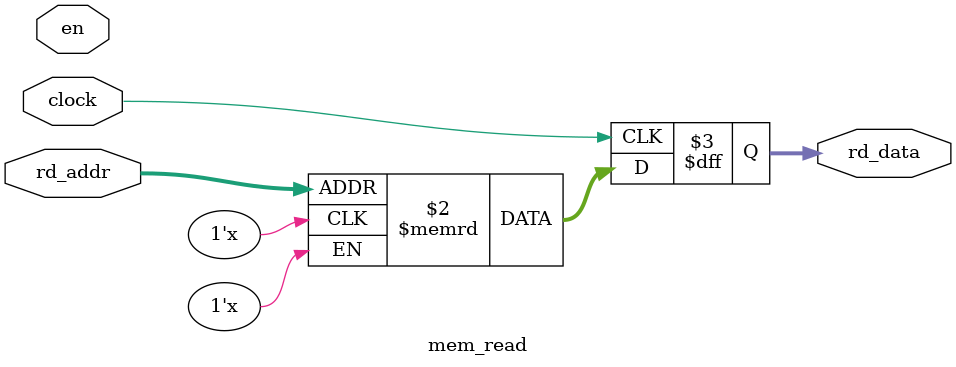
<source format=v>
`define DEPTH 16 	// Depth of memory
`define ADDR_WIDTH $clog2(`DEPTH)
`define DATA_WIDTH 8		// Width of memory

module mem_read(
		clock,
		rd_addr,
        rd_data,
        en
		);

	// INPUTS
	input				   	clock;		// Clock input
	input [`ADDR_WIDTH-1:0]	rd_addr;	// Read address
	input					en;	 		// Read enable

	// OUTPUTS
	output reg [`DATA_WIDTH-1:0] rd_data; 	// Read data



	// The memory block.
	reg [`DATA_WIDTH-1:0] block_mem [`DEPTH-1:0];

	always @(posedge clock) begin
		rd_data <= block_mem[rd_addr];

	end
endmodule

</source>
